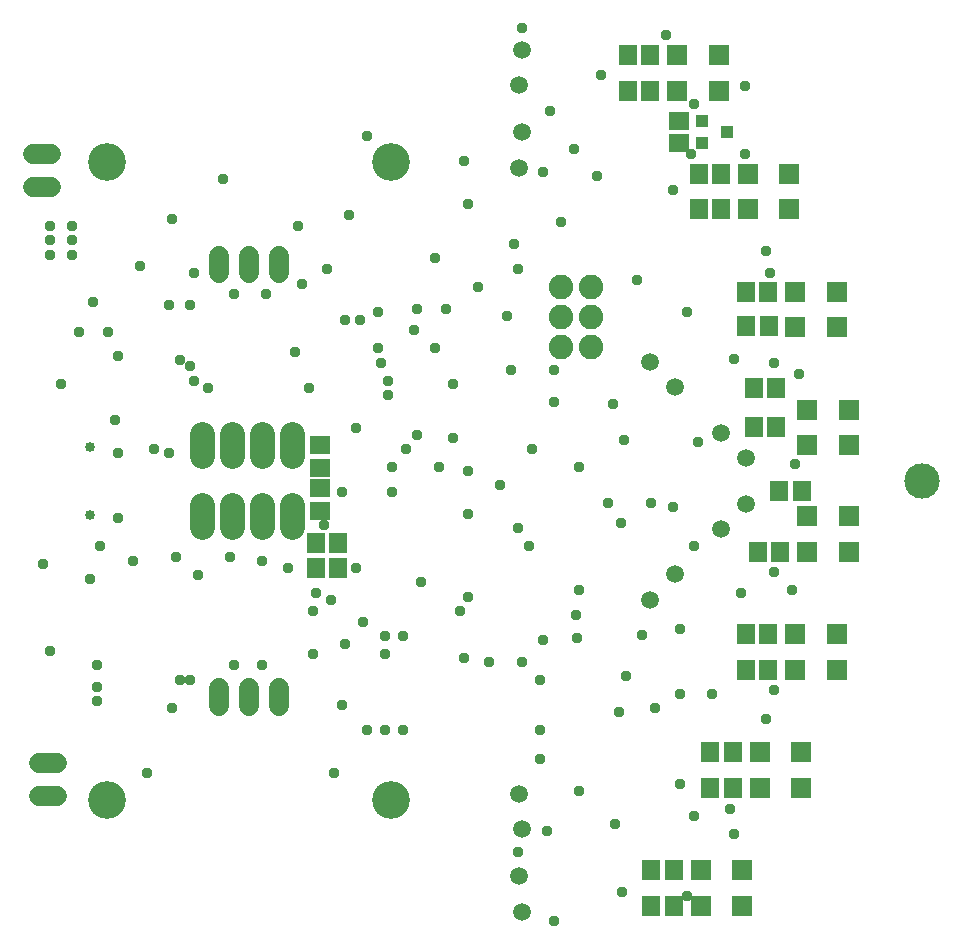
<source format=gbr>
G04 EAGLE Gerber RS-274X export*
G75*
%MOMM*%
%FSLAX34Y34*%
%LPD*%
%INSoldermask Bottom*%
%IPPOS*%
%AMOC8*
5,1,8,0,0,1.08239X$1,22.5*%
G01*
%ADD10C,1.511200*%
%ADD11C,0.853200*%
%ADD12C,1.727200*%
%ADD13C,3.003200*%
%ADD14C,2.082800*%
%ADD15R,1.703200X1.703200*%
%ADD16R,1.503200X1.803200*%
%ADD17R,1.103200X1.003200*%
%ADD18R,1.803200X1.503200*%
%ADD19C,3.203200*%
%ADD20C,1.711200*%
%ADD21C,2.082800*%
%ADD22C,0.959600*%


D10*
X421307Y694943D03*
X418693Y665057D03*
X421307Y764943D03*
X418693Y735057D03*
X418693Y134943D03*
X421307Y105057D03*
X418693Y64943D03*
X421307Y35057D03*
X529393Y500607D03*
X550607Y479393D03*
X589393Y440607D03*
X610607Y419393D03*
X610607Y380607D03*
X589393Y359393D03*
X550607Y320607D03*
X529393Y299393D03*
D11*
X55550Y428900D03*
X55550Y371100D03*
D12*
X22380Y648730D02*
X7140Y648730D01*
X7140Y676670D02*
X22380Y676670D01*
D13*
X760000Y400000D03*
D12*
X27620Y161270D02*
X12380Y161270D01*
X12380Y133330D02*
X27620Y133330D01*
D14*
X454152Y563880D03*
X479552Y563880D03*
X454152Y538480D03*
X479552Y538480D03*
X454152Y513080D03*
X479552Y513080D03*
D15*
X587500Y730000D03*
X552500Y730000D03*
D16*
X529500Y730000D03*
X510500Y730000D03*
D15*
X647500Y630000D03*
X612500Y630000D03*
D16*
X589500Y630000D03*
X570500Y630000D03*
D15*
X687500Y530000D03*
X652500Y530000D03*
D16*
X630036Y530704D03*
X611036Y530704D03*
D15*
X697500Y430000D03*
X662500Y430000D03*
D16*
X636452Y445240D03*
X617452Y445240D03*
D15*
X697500Y370000D03*
X662500Y370000D03*
D16*
X657788Y391336D03*
X638788Y391336D03*
D15*
X687500Y270000D03*
X652500Y270000D03*
D16*
X629500Y270000D03*
X610500Y270000D03*
D15*
X657500Y170000D03*
X622500Y170000D03*
D16*
X599500Y170000D03*
X580500Y170000D03*
D15*
X607500Y70000D03*
X572500Y70000D03*
D16*
X549500Y70000D03*
X530500Y70000D03*
D15*
X552500Y760000D03*
X587500Y760000D03*
D16*
X529500Y760000D03*
X510500Y760000D03*
D15*
X612500Y660000D03*
X647500Y660000D03*
D16*
X589500Y660000D03*
X570500Y660000D03*
D15*
X652500Y560000D03*
X687500Y560000D03*
D16*
X629500Y560000D03*
X610500Y560000D03*
D15*
X662500Y460000D03*
X697500Y460000D03*
D16*
X636452Y478288D03*
X617452Y478288D03*
D15*
X662500Y340000D03*
X697500Y340000D03*
D16*
X639500Y340000D03*
X620500Y340000D03*
D15*
X652500Y240000D03*
X687500Y240000D03*
D16*
X629500Y240000D03*
X610500Y240000D03*
D15*
X622500Y140000D03*
X657500Y140000D03*
D16*
X599500Y140000D03*
X580500Y140000D03*
D15*
X572500Y40000D03*
X607500Y40000D03*
D16*
X549500Y40000D03*
X530500Y40000D03*
D17*
X573800Y685796D03*
X573800Y704796D03*
X594800Y695296D03*
D18*
X554244Y704796D03*
X554244Y685796D03*
D19*
X70000Y670000D03*
X310000Y670000D03*
D20*
X215400Y590540D02*
X215400Y575460D01*
X190000Y575460D02*
X190000Y590540D01*
X164600Y590540D02*
X164600Y575460D01*
D19*
X310000Y130000D03*
X70000Y130000D03*
D20*
X164600Y209460D02*
X164600Y224540D01*
X190000Y224540D02*
X190000Y209460D01*
X215400Y209460D02*
X215400Y224540D01*
D21*
X150000Y420602D02*
X150000Y439398D01*
X175400Y439398D02*
X175400Y420602D01*
X200800Y420602D02*
X200800Y439398D01*
X226200Y439398D02*
X226200Y420602D01*
X150000Y379398D02*
X150000Y360602D01*
X175400Y360602D02*
X175400Y379398D01*
X200800Y379398D02*
X200800Y360602D01*
X226200Y360602D02*
X226200Y379398D01*
D18*
X249936Y430124D03*
X249936Y411124D03*
X249936Y374548D03*
X249936Y393548D03*
D16*
X246532Y347472D03*
X265532Y347472D03*
X246532Y326136D03*
X265532Y326136D03*
D22*
X30480Y481584D03*
X15240Y329184D03*
X76200Y451104D03*
X320040Y188976D03*
X304800Y188976D03*
X320040Y268224D03*
X39624Y615696D03*
X39624Y603504D03*
X21336Y615696D03*
X21336Y603504D03*
X21336Y591312D03*
X39624Y591312D03*
X332232Y545592D03*
X124968Y621792D03*
X356616Y545592D03*
X529872Y381000D03*
X347472Y588264D03*
X21336Y256032D03*
X289560Y188976D03*
X393192Y246888D03*
X420624Y246888D03*
X467868Y266700D03*
X522732Y269748D03*
X374904Y301752D03*
X304800Y268224D03*
X304800Y252984D03*
X429768Y426720D03*
X335280Y313944D03*
X374904Y408432D03*
X448056Y27432D03*
X609600Y734568D03*
X350520Y411480D03*
X280416Y445008D03*
X362712Y481584D03*
X310896Y390144D03*
X347472Y512064D03*
X518160Y569976D03*
X310896Y411480D03*
X554736Y274320D03*
X502920Y204216D03*
X469392Y137160D03*
X435864Y188976D03*
X435864Y231648D03*
X408432Y539496D03*
X289560Y691896D03*
X438912Y661416D03*
X484632Y658368D03*
X487680Y743712D03*
X445008Y713232D03*
X627888Y594360D03*
X560832Y542544D03*
X655320Y490728D03*
X649224Y307848D03*
X606552Y304800D03*
X627888Y198120D03*
X554736Y143256D03*
X600456Y100584D03*
X505968Y51816D03*
X441960Y103632D03*
X569976Y432816D03*
X566448Y344424D03*
X554736Y219456D03*
X533400Y207264D03*
X566928Y719328D03*
X548640Y646176D03*
X600456Y502920D03*
X652272Y414528D03*
X582168Y219456D03*
X173736Y335280D03*
X201168Y332232D03*
X146304Y320040D03*
X128016Y335280D03*
X243840Y252984D03*
X268224Y210312D03*
X228600Y509016D03*
X240792Y478536D03*
X167640Y655320D03*
X274320Y624840D03*
X231648Y615696D03*
X384048Y563880D03*
X262128Y152400D03*
X103632Y152400D03*
X124968Y207264D03*
X91440Y332232D03*
X79248Y505968D03*
X97536Y582168D03*
X143256Y576072D03*
X256032Y579120D03*
X298704Y542544D03*
X271272Y262128D03*
X374904Y633984D03*
X371856Y670560D03*
X371856Y249936D03*
X499872Y109728D03*
X566928Y115824D03*
X466344Y286512D03*
X368808Y289560D03*
X504444Y364236D03*
X402336Y396240D03*
X507492Y434340D03*
X498348Y464820D03*
X435864Y164592D03*
X414528Y600456D03*
X268224Y390144D03*
X57912Y551688D03*
X60960Y225552D03*
X70104Y525592D03*
X45720Y525592D03*
X60960Y213360D03*
X60960Y243840D03*
X54864Y316992D03*
X420624Y783336D03*
X176784Y243840D03*
X201168Y243840D03*
X131064Y231648D03*
X140208Y231648D03*
X176784Y557784D03*
X204216Y557784D03*
X140208Y548640D03*
X121920Y548640D03*
X234696Y566928D03*
X438912Y265176D03*
X509016Y234696D03*
X286512Y280416D03*
X259080Y298704D03*
X630936Y576072D03*
X609600Y676656D03*
X542544Y777240D03*
X633984Y499872D03*
X298704Y512064D03*
X329184Y527304D03*
X301752Y499872D03*
X252984Y362712D03*
X417576Y359664D03*
X469392Y411480D03*
X426720Y344424D03*
X493776Y381000D03*
X79248Y423672D03*
X79248Y368808D03*
X64008Y344424D03*
X121920Y423672D03*
X271272Y536448D03*
X109728Y426720D03*
X283464Y536448D03*
X417576Y85344D03*
X464820Y681228D03*
X548640Y377952D03*
X448056Y493776D03*
X411480Y493776D03*
X454152Y618744D03*
X417576Y579120D03*
X307848Y484632D03*
X140208Y496824D03*
X307848Y472440D03*
X143256Y484632D03*
X246888Y304800D03*
X280416Y326136D03*
X560832Y48768D03*
X597408Y121920D03*
X633984Y222504D03*
X633984Y323088D03*
X362712Y435864D03*
X448056Y466344D03*
X374904Y371856D03*
X469392Y307848D03*
X563880Y676656D03*
X332232Y438912D03*
X155448Y478536D03*
X323088Y426720D03*
X131064Y502598D03*
X243840Y289560D03*
X222504Y326136D03*
M02*

</source>
